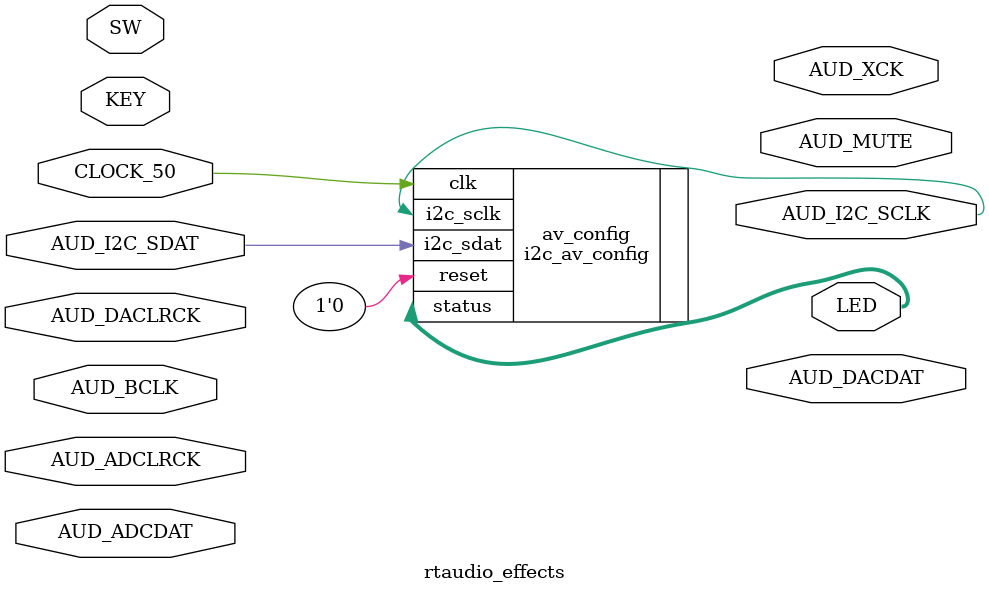
<source format=v>
module rtaudio_effects (
    input CLOCK_50,

    inout  AUD_ADCLRCK,
    input  AUD_ADCDAT,
    inout  AUD_DACLRCK,
    output AUD_DACDAT,
    output AUD_XCK,
    inout  AUD_BCLK,
    output AUD_I2C_SCLK,
    inout  AUD_I2C_SDAT,
    output AUD_MUTE,

    input  [3:0] KEY,
    input  [3:0] SW,
    output [3:0] LED
);

i2c_av_config av_config (
    .clk (CLOCK_50),
    .reset (1'b0),
    .i2c_sclk (AUD_I2C_SCLK),
    .i2c_sdat (AUD_I2C_SDAT),
    .status (LED)
);

endmodule

</source>
